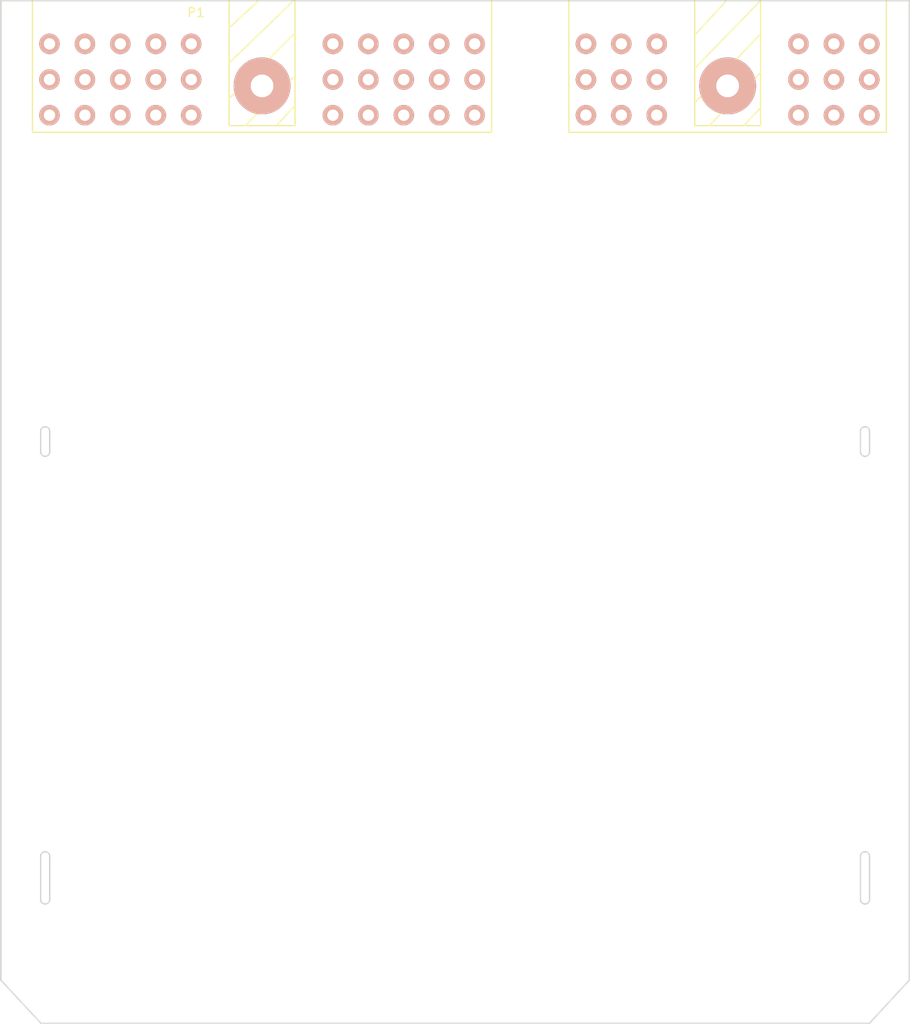
<source format=kicad_pcb>
(kicad_pcb (version 4) (host pcbnew 0.201603210401+6634~43~ubuntu14.04.1-product)

  (general
    (links 0)
    (no_connects 0)
    (area 76.124999 38.024999 177.875001 152.475001)
    (thickness 1.6)
    (drawings 85)
    (tracks 0)
    (zones 0)
    (modules 1)
    (nets 49)
  )

  (page A4)
  (layers
    (0 F.Cu signal)
    (31 B.Cu signal)
    (32 B.Adhes user)
    (33 F.Adhes user)
    (34 B.Paste user)
    (35 F.Paste user)
    (36 B.SilkS user)
    (37 F.SilkS user)
    (38 B.Mask user)
    (39 F.Mask user)
    (40 Dwgs.User user)
    (41 Cmts.User user)
    (42 Eco1.User user)
    (43 Eco2.User user)
    (44 Edge.Cuts user)
    (45 Margin user)
    (46 B.CrtYd user)
    (47 F.CrtYd user)
    (48 B.Fab user)
    (49 F.Fab user)
  )

  (setup
    (last_trace_width 0.25)
    (trace_clearance 0.2)
    (zone_clearance 0.508)
    (zone_45_only yes)
    (trace_min 0.2)
    (segment_width 0.2)
    (edge_width 0.15)
    (via_size 0.6)
    (via_drill 0.4)
    (via_min_size 0.4)
    (via_min_drill 0.3)
    (uvia_size 0.3)
    (uvia_drill 0.1)
    (uvias_allowed no)
    (uvia_min_size 0.2)
    (uvia_min_drill 0.1)
    (pcb_text_width 0.3)
    (pcb_text_size 1.5 1.5)
    (mod_edge_width 0.15)
    (mod_text_size 1 1)
    (mod_text_width 0.15)
    (pad_size 1.524 1.524)
    (pad_drill 0.762)
    (pad_to_mask_clearance 0.2)
    (aux_axis_origin 0 0)
    (grid_origin 76.2 38.1)
    (visible_elements FFFFEF7F)
    (pcbplotparams
      (layerselection 0x00030_ffffffff)
      (usegerberextensions false)
      (excludeedgelayer true)
      (linewidth 0.050000)
      (plotframeref false)
      (viasonmask false)
      (mode 1)
      (useauxorigin false)
      (hpglpennumber 1)
      (hpglpenspeed 20)
      (hpglpendiameter 15)
      (psnegative false)
      (psa4output false)
      (plotreference true)
      (plotvalue true)
      (plotinvisibletext false)
      (padsonsilk false)
      (subtractmaskfromsilk false)
      (outputformat 1)
      (mirror false)
      (drillshape 1)
      (scaleselection 1)
      (outputdirectory ""))
  )

  (net 0 "")
  (net 1 "Net-(P1-Pad7)")
  (net 2 "Net-(P1-Pad8)")
  (net 3 "Net-(P1-Pad9)")
  (net 4 "Net-(P1-Pad4)")
  (net 5 "Net-(P1-Pad1)")
  (net 6 "Net-(P1-Pad2)")
  (net 7 "Net-(P1-Pad5)")
  (net 8 "Net-(P1-Pad3)")
  (net 9 "Net-(P1-Pad6)")
  (net 10 "Net-(P1-Pad12)")
  (net 11 "Net-(P1-Pad15)")
  (net 12 "Net-(P1-Pad18)")
  (net 13 "Net-(P1-Pad11)")
  (net 14 "Net-(P1-Pad14)")
  (net 15 "Net-(P1-Pad17)")
  (net 16 "Net-(P1-Pad10)")
  (net 17 "Net-(P1-Pad13)")
  (net 18 "Net-(P1-Pad16)")
  (net 19 "Net-(P1-Pad31)")
  (net 20 "Net-(P1-Pad28)")
  (net 21 "Net-(P1-Pad25)")
  (net 22 "Net-(P1-Pad22)")
  (net 23 "Net-(P1-Pad19)")
  (net 24 "Net-(P1-Pad32)")
  (net 25 "Net-(P1-Pad29)")
  (net 26 "Net-(P1-Pad26)")
  (net 27 "Net-(P1-Pad23)")
  (net 28 "Net-(P1-Pad20)")
  (net 29 "Net-(P1-Pad33)")
  (net 30 "Net-(P1-Pad30)")
  (net 31 "Net-(P1-Pad27)")
  (net 32 "Net-(P1-Pad24)")
  (net 33 "Net-(P1-Pad21)")
  (net 34 "Net-(P1-Pad34)")
  (net 35 "Net-(P1-Pad37)")
  (net 36 "Net-(P1-Pad40)")
  (net 37 "Net-(P1-Pad43)")
  (net 38 "Net-(P1-Pad46)")
  (net 39 "Net-(P1-Pad35)")
  (net 40 "Net-(P1-Pad38)")
  (net 41 "Net-(P1-Pad41)")
  (net 42 "Net-(P1-Pad44)")
  (net 43 "Net-(P1-Pad47)")
  (net 44 "Net-(P1-Pad36)")
  (net 45 "Net-(P1-Pad39)")
  (net 46 "Net-(P1-Pad42)")
  (net 47 "Net-(P1-Pad45)")
  (net 48 "Net-(P1-Pad48)")

  (net_class Default "This is the default net class."
    (clearance 0.2)
    (trace_width 0.25)
    (via_dia 0.6)
    (via_drill 0.4)
    (uvia_dia 0.3)
    (uvia_drill 0.1)
    (add_net "Net-(P1-Pad1)")
    (add_net "Net-(P1-Pad10)")
    (add_net "Net-(P1-Pad11)")
    (add_net "Net-(P1-Pad12)")
    (add_net "Net-(P1-Pad13)")
    (add_net "Net-(P1-Pad14)")
    (add_net "Net-(P1-Pad15)")
    (add_net "Net-(P1-Pad16)")
    (add_net "Net-(P1-Pad17)")
    (add_net "Net-(P1-Pad18)")
    (add_net "Net-(P1-Pad19)")
    (add_net "Net-(P1-Pad2)")
    (add_net "Net-(P1-Pad20)")
    (add_net "Net-(P1-Pad21)")
    (add_net "Net-(P1-Pad22)")
    (add_net "Net-(P1-Pad23)")
    (add_net "Net-(P1-Pad24)")
    (add_net "Net-(P1-Pad25)")
    (add_net "Net-(P1-Pad26)")
    (add_net "Net-(P1-Pad27)")
    (add_net "Net-(P1-Pad28)")
    (add_net "Net-(P1-Pad29)")
    (add_net "Net-(P1-Pad3)")
    (add_net "Net-(P1-Pad30)")
    (add_net "Net-(P1-Pad31)")
    (add_net "Net-(P1-Pad32)")
    (add_net "Net-(P1-Pad33)")
    (add_net "Net-(P1-Pad34)")
    (add_net "Net-(P1-Pad35)")
    (add_net "Net-(P1-Pad36)")
    (add_net "Net-(P1-Pad37)")
    (add_net "Net-(P1-Pad38)")
    (add_net "Net-(P1-Pad39)")
    (add_net "Net-(P1-Pad4)")
    (add_net "Net-(P1-Pad40)")
    (add_net "Net-(P1-Pad41)")
    (add_net "Net-(P1-Pad42)")
    (add_net "Net-(P1-Pad43)")
    (add_net "Net-(P1-Pad44)")
    (add_net "Net-(P1-Pad45)")
    (add_net "Net-(P1-Pad46)")
    (add_net "Net-(P1-Pad47)")
    (add_net "Net-(P1-Pad48)")
    (add_net "Net-(P1-Pad5)")
    (add_net "Net-(P1-Pad6)")
    (add_net "Net-(P1-Pad7)")
    (add_net "Net-(P1-Pad8)")
    (add_net "Net-(P1-Pad9)")
  )

  (module cinch:Conn48pin (layer F.Cu) (tedit 56FAE7EF) (tstamp 56FB0935)
    (at 105.41 47.625)
    (path /56FAE790)
    (fp_text reference P1 (at -7.3914 -8.2042) (layer F.SilkS)
      (effects (font (size 1 1) (thickness 0.15)))
    )
    (fp_text value Conn48pin (at 9.2202 -7.9502) (layer F.Fab)
      (effects (font (size 1 1) (thickness 0.15)))
    )
    (fp_line (start -25.6794 5.1816) (end -25.6794 -9.525) (layer F.SilkS) (width 0.15))
    (fp_line (start 25.6794 5.1816) (end -25.6794 5.1816) (layer F.SilkS) (width 0.15))
    (fp_line (start 25.6794 -9.525) (end 25.6794 5.1816) (layer F.SilkS) (width 0.15))
    (fp_line (start -25.6794 -9.525) (end 25.6794 -9.525) (layer F.SilkS) (width 0.15))
    (fp_line (start 34.3154 5.1816) (end 34.3154 -9.525) (layer F.SilkS) (width 0.15))
    (fp_line (start 69.8246 5.1816) (end 34.3154 5.1816) (layer F.SilkS) (width 0.15))
    (fp_line (start 69.8246 -9.525) (end 69.8246 5.1816) (layer F.SilkS) (width 0.15))
    (fp_line (start 34.3154 -9.525) (end 69.8246 -9.525) (layer F.SilkS) (width 0.15))
    (fp_line (start 3.6322 2.2606) (end 1.7272 4.318) (layer F.SilkS) (width 0.15))
    (fp_line (start 3.4544 -0.9144) (end -1.8288 4.3942) (layer F.SilkS) (width 0.15))
    (fp_line (start 3.6068 -5.842) (end -3.556 1.2954) (layer F.SilkS) (width 0.15))
    (fp_line (start 3.5052 -9.4996) (end -3.7084 -2.54) (layer F.SilkS) (width 0.15))
    (fp_line (start -0.4572 -9.4488) (end -3.6322 -6.5278) (layer F.SilkS) (width 0.15))
    (fp_line (start 55.6768 2.54) (end 53.9242 4.3942) (layer F.SilkS) (width 0.15))
    (fp_line (start 55.7276 -1.4478) (end 50.038 4.4196) (layer F.SilkS) (width 0.15))
    (fp_line (start 55.626 -5.6642) (end 48.4632 1.8288) (layer F.SilkS) (width 0.15))
    (fp_line (start 55.7022 -9.4742) (end 48.514 -2.0828) (layer F.SilkS) (width 0.15))
    (fp_line (start 51.8414 -9.398) (end 48.4632 -5.7658) (layer F.SilkS) (width 0.15))
    (fp_line (start 55.753 -9.525) (end 48.387 -9.525) (layer F.SilkS) (width 0.15))
    (fp_line (start 55.753 4.445) (end 55.753 -9.525) (layer F.SilkS) (width 0.15))
    (fp_line (start 48.387 4.445) (end 55.753 4.445) (layer F.SilkS) (width 0.15))
    (fp_line (start 48.387 -9.525) (end 48.387 4.445) (layer F.SilkS) (width 0.15))
    (fp_line (start -3.683 4.445) (end -3.683 -9.525) (layer F.SilkS) (width 0.15))
    (fp_line (start 3.683 4.445) (end -3.683 4.445) (layer F.SilkS) (width 0.15))
    (fp_line (start 3.683 -9.525) (end 3.683 4.445) (layer F.SilkS) (width 0.15))
    (fp_line (start -3.683 -9.525) (end 3.683 -9.525) (layer F.SilkS) (width 0.15))
    (pad "" thru_hole circle (at 52.07 0) (size 6.35 6.35) (drill 2.54) (layers *.Cu *.Mask B.SilkS))
    (pad "" thru_hole circle (at 0 0) (size 6.35 6.35) (drill 2.54) (layers *.Cu *.Mask B.SilkS))
    (pad 7 thru_hole circle (at 44.1452 -4.699) (size 2.286 2.286) (drill 1.27) (layers *.Cu *.Mask B.SilkS)
      (net 1 "Net-(P1-Pad7)"))
    (pad 8 thru_hole circle (at 44.1452 -0.7112) (size 2.286 2.286) (drill 1.27) (layers *.Cu *.Mask B.SilkS)
      (net 2 "Net-(P1-Pad8)"))
    (pad 9 thru_hole circle (at 44.1452 3.2766) (size 2.286 2.286) (drill 1.27) (layers *.Cu *.Mask B.SilkS)
      (net 3 "Net-(P1-Pad9)"))
    (pad 4 thru_hole circle (at 40.1828 -4.699) (size 2.286 2.286) (drill 1.27) (layers *.Cu *.Mask B.SilkS)
      (net 4 "Net-(P1-Pad4)"))
    (pad 1 thru_hole circle (at 36.2204 -4.699) (size 2.286 2.286) (drill 1.27) (layers *.Cu *.Mask B.SilkS)
      (net 5 "Net-(P1-Pad1)"))
    (pad 2 thru_hole circle (at 36.2204 -0.7112) (size 2.286 2.286) (drill 1.27) (layers *.Cu *.Mask B.SilkS)
      (net 6 "Net-(P1-Pad2)"))
    (pad 5 thru_hole circle (at 40.1828 -0.7112) (size 2.286 2.286) (drill 1.27) (layers *.Cu *.Mask B.SilkS)
      (net 7 "Net-(P1-Pad5)"))
    (pad 3 thru_hole circle (at 36.2204 3.2766) (size 2.286 2.286) (drill 1.27) (layers *.Cu *.Mask B.SilkS)
      (net 8 "Net-(P1-Pad3)"))
    (pad 6 thru_hole circle (at 40.1828 3.2766) (size 2.286 2.286) (drill 1.27) (layers *.Cu *.Mask B.SilkS)
      (net 9 "Net-(P1-Pad6)"))
    (pad 12 thru_hole circle (at 59.9948 3.2766) (size 2.286 2.286) (drill 1.27) (layers *.Cu *.Mask B.SilkS)
      (net 10 "Net-(P1-Pad12)"))
    (pad 15 thru_hole circle (at 63.9572 3.2766) (size 2.286 2.286) (drill 1.27) (layers *.Cu *.Mask B.SilkS)
      (net 11 "Net-(P1-Pad15)"))
    (pad 18 thru_hole circle (at 67.9196 3.2766) (size 2.286 2.286) (drill 1.27) (layers *.Cu *.Mask B.SilkS)
      (net 12 "Net-(P1-Pad18)"))
    (pad 11 thru_hole circle (at 59.9948 -0.7112) (size 2.286 2.286) (drill 1.27) (layers *.Cu *.Mask B.SilkS)
      (net 13 "Net-(P1-Pad11)"))
    (pad 14 thru_hole circle (at 63.9572 -0.7112) (size 2.286 2.286) (drill 1.27) (layers *.Cu *.Mask B.SilkS)
      (net 14 "Net-(P1-Pad14)"))
    (pad 17 thru_hole circle (at 67.9196 -0.7112) (size 2.286 2.286) (drill 1.27) (layers *.Cu *.Mask B.SilkS)
      (net 15 "Net-(P1-Pad17)"))
    (pad 10 thru_hole circle (at 59.9948 -4.699) (size 2.286 2.286) (drill 1.27) (layers *.Cu *.Mask B.SilkS)
      (net 16 "Net-(P1-Pad10)"))
    (pad 13 thru_hole circle (at 63.9572 -4.699) (size 2.286 2.286) (drill 1.27) (layers *.Cu *.Mask B.SilkS)
      (net 17 "Net-(P1-Pad13)"))
    (pad 16 thru_hole circle (at 67.9196 -4.699) (size 2.286 2.286) (drill 1.27) (layers *.Cu *.Mask B.SilkS)
      (net 18 "Net-(P1-Pad16)"))
    (pad 31 thru_hole circle (at -7.9248 -4.699) (size 2.286 2.286) (drill 1.27) (layers *.Cu *.Mask B.SilkS)
      (net 19 "Net-(P1-Pad31)"))
    (pad 28 thru_hole circle (at -11.8872 -4.699) (size 2.286 2.286) (drill 1.27) (layers *.Cu *.Mask B.SilkS)
      (net 20 "Net-(P1-Pad28)"))
    (pad 25 thru_hole circle (at -15.8496 -4.699) (size 2.286 2.286) (drill 1.27) (layers *.Cu *.Mask B.SilkS)
      (net 21 "Net-(P1-Pad25)"))
    (pad 22 thru_hole circle (at -19.812 -4.699) (size 2.286 2.286) (drill 1.27) (layers *.Cu *.Mask B.SilkS)
      (net 22 "Net-(P1-Pad22)"))
    (pad 19 thru_hole circle (at -23.7744 -4.699) (size 2.286 2.286) (drill 1.27) (layers *.Cu *.Mask B.SilkS)
      (net 23 "Net-(P1-Pad19)"))
    (pad 32 thru_hole circle (at -7.9248 -0.7112) (size 2.286 2.286) (drill 1.27) (layers *.Cu *.Mask B.SilkS)
      (net 24 "Net-(P1-Pad32)"))
    (pad 29 thru_hole circle (at -11.8872 -0.7112) (size 2.286 2.286) (drill 1.27) (layers *.Cu *.Mask B.SilkS)
      (net 25 "Net-(P1-Pad29)"))
    (pad 26 thru_hole circle (at -15.8496 -0.7112) (size 2.286 2.286) (drill 1.27) (layers *.Cu *.Mask B.SilkS)
      (net 26 "Net-(P1-Pad26)"))
    (pad 23 thru_hole circle (at -19.812 -0.7112) (size 2.286 2.286) (drill 1.27) (layers *.Cu *.Mask B.SilkS)
      (net 27 "Net-(P1-Pad23)"))
    (pad 20 thru_hole circle (at -23.7744 -0.7112) (size 2.286 2.286) (drill 1.27) (layers *.Cu *.Mask B.SilkS)
      (net 28 "Net-(P1-Pad20)"))
    (pad 33 thru_hole circle (at -7.9248 3.2766) (size 2.286 2.286) (drill 1.27) (layers *.Cu *.Mask B.SilkS)
      (net 29 "Net-(P1-Pad33)"))
    (pad 30 thru_hole circle (at -11.8872 3.2766) (size 2.286 2.286) (drill 1.27) (layers *.Cu *.Mask B.SilkS)
      (net 30 "Net-(P1-Pad30)"))
    (pad 27 thru_hole circle (at -15.8496 3.2766) (size 2.286 2.286) (drill 1.27) (layers *.Cu *.Mask B.SilkS)
      (net 31 "Net-(P1-Pad27)"))
    (pad 24 thru_hole circle (at -19.812 3.2766) (size 2.286 2.286) (drill 1.27) (layers *.Cu *.Mask B.SilkS)
      (net 32 "Net-(P1-Pad24)"))
    (pad 21 thru_hole circle (at -23.7744 3.2766) (size 2.286 2.286) (drill 1.27) (layers *.Cu *.Mask B.SilkS)
      (net 33 "Net-(P1-Pad21)"))
    (pad 34 thru_hole circle (at 7.9248 -4.699) (size 2.286 2.286) (drill 1.27) (layers *.Cu *.Mask B.SilkS)
      (net 34 "Net-(P1-Pad34)"))
    (pad 37 thru_hole circle (at 11.8872 -4.699) (size 2.286 2.286) (drill 1.27) (layers *.Cu *.Mask B.SilkS)
      (net 35 "Net-(P1-Pad37)"))
    (pad 40 thru_hole circle (at 15.8496 -4.699) (size 2.286 2.286) (drill 1.27) (layers *.Cu *.Mask B.SilkS)
      (net 36 "Net-(P1-Pad40)"))
    (pad 43 thru_hole circle (at 19.812 -4.699) (size 2.286 2.286) (drill 1.27) (layers *.Cu *.Mask B.SilkS)
      (net 37 "Net-(P1-Pad43)"))
    (pad 46 thru_hole circle (at 23.7744 -4.699) (size 2.286 2.286) (drill 1.27) (layers *.Cu *.Mask B.SilkS)
      (net 38 "Net-(P1-Pad46)"))
    (pad 35 thru_hole circle (at 7.9248 -0.7112) (size 2.286 2.286) (drill 1.27) (layers *.Cu *.Mask B.SilkS)
      (net 39 "Net-(P1-Pad35)"))
    (pad 38 thru_hole circle (at 11.8872 -0.7112) (size 2.286 2.286) (drill 1.27) (layers *.Cu *.Mask B.SilkS)
      (net 40 "Net-(P1-Pad38)"))
    (pad 41 thru_hole circle (at 15.8496 -0.7112) (size 2.286 2.286) (drill 1.27) (layers *.Cu *.Mask B.SilkS)
      (net 41 "Net-(P1-Pad41)"))
    (pad 44 thru_hole circle (at 19.812 -0.7112) (size 2.286 2.286) (drill 1.27) (layers *.Cu *.Mask B.SilkS)
      (net 42 "Net-(P1-Pad44)"))
    (pad 47 thru_hole circle (at 23.7744 -0.7112) (size 2.286 2.286) (drill 1.27) (layers *.Cu *.Mask B.SilkS)
      (net 43 "Net-(P1-Pad47)"))
    (pad 36 thru_hole circle (at 7.9248 3.2766) (size 2.286 2.286) (drill 1.27) (layers *.Cu *.Mask B.SilkS)
      (net 44 "Net-(P1-Pad36)"))
    (pad 39 thru_hole circle (at 11.8872 3.2766) (size 2.286 2.286) (drill 1.27) (layers *.Cu *.Mask B.SilkS)
      (net 45 "Net-(P1-Pad39)"))
    (pad 42 thru_hole circle (at 15.8496 3.2766) (size 2.286 2.286) (drill 1.27) (layers *.Cu *.Mask B.SilkS)
      (net 46 "Net-(P1-Pad42)"))
    (pad 45 thru_hole circle (at 19.812 3.2766) (size 2.286 2.286) (drill 1.27) (layers *.Cu *.Mask B.SilkS)
      (net 47 "Net-(P1-Pad45)"))
    (pad 48 thru_hole circle (at 23.7744 3.2766) (size 2.286 2.286) (drill 1.27) (layers *.Cu *.Mask B.SilkS)
      (net 48 "Net-(P1-Pad48)"))
  )

  (gr_text "Zone 4\nheight increases from zone3 to zone1" (at 127.1905 64.135) (layer Cmts.User)
    (effects (font (size 1.5 1.5) (thickness 0.3)))
  )
  (gr_text "Zone1 max 1.140\" (28.96mm) height over board" (at 130.302 55.8165) (layer Cmts.User)
    (effects (font (size 1.5 1.5) (thickness 0.3)))
  )
  (gr_line (start 76.2 69.6976) (end 177.8 69.6976) (layer Dwgs.User) (width 0.2))
  (gr_line (start 76.2 58.801) (end 177.8 58.801) (layer Dwgs.User) (width 0.2))
  (gr_text "Zone3 \nMax 0.900\" (22.86mm) height over pcb" (at 127.1905 72.644) (layer Cmts.User)
    (effects (font (size 1.5 1.5) (thickness 0.3)))
  )
  (gr_text "Zone 2 \nmax 0.600\" (15,24mm) height over pcb" (at 128.5875 89.027) (layer Cmts.User)
    (effects (font (size 1.5 1.5) (thickness 0.3)))
  )
  (gr_arc (start 96.0882 89.408) (end 82.3722 89.408) (angle 90) (layer Dwgs.User) (width 0.2))
  (gr_arc (start 157.9118 89.408) (end 157.9118 75.692) (angle 90) (layer Dwgs.User) (width 0.2))
  (gr_line (start 173.3169 127) (end 173.3169 152.4) (layer Dwgs.User) (width 0.2))
  (gr_line (start 171.6278 124.079) (end 173.3169 127) (layer Dwgs.User) (width 0.2))
  (gr_line (start 171.6278 89.408) (end 171.6278 124.079) (layer Dwgs.User) (width 0.2))
  (gr_line (start 96.0882 75.692) (end 157.9118 75.692) (layer Dwgs.User) (width 0.2))
  (gr_line (start 82.3722 124.079) (end 82.3722 89.408) (layer Dwgs.User) (width 0.2))
  (gr_line (start 80.6831 127) (end 82.3722 124.079) (layer Dwgs.User) (width 0.2))
  (gr_line (start 80.6831 152.4) (end 80.6831 127) (layer Dwgs.User) (width 0.2))
  (gr_line (start 173.355 136.525) (end 177.8 136.525) (layer Dwgs.User) (width 0.2) (tstamp 56FB0BC4))
  (gr_line (start 177.8 136.525) (end 177.8 146.685) (layer Dwgs.User) (width 0.2) (tstamp 56FB0BC3))
  (gr_line (start 173.355 146.685) (end 177.8 146.685) (layer Dwgs.User) (width 0.2) (tstamp 56FB0BC2))
  (gr_line (start 173.355 146.685) (end 173.355 136.525) (layer Dwgs.User) (width 0.2) (tstamp 56FB0BC1))
  (gr_line (start 76.2 146.05) (end 76.2 135.89) (layer Dwgs.User) (width 0.2) (tstamp 56FB0BBF))
  (gr_line (start 76.2 135.89) (end 80.645 135.89) (layer Dwgs.User) (width 0.2) (tstamp 56FB0BBE))
  (gr_line (start 76.2 146.05) (end 80.645 146.05) (layer Dwgs.User) (width 0.2) (tstamp 56FB0BBD))
  (gr_line (start 80.645 135.89) (end 80.645 146.05) (layer Dwgs.User) (width 0.2) (tstamp 56FB0BBC))
  (gr_line (start 177.8 123.698) (end 177.8 133.858) (layer Dwgs.User) (width 0.2) (tstamp 56FB0BBA))
  (gr_line (start 173.355 133.858) (end 177.8 133.858) (layer Dwgs.User) (width 0.2) (tstamp 56FB0BB9))
  (gr_line (start 173.355 123.698) (end 177.8 123.698) (layer Dwgs.User) (width 0.2) (tstamp 56FB0BB8))
  (gr_line (start 173.355 133.858) (end 173.355 123.698) (layer Dwgs.User) (width 0.2) (tstamp 56FB0BB7))
  (gr_line (start 80.645 123.698) (end 80.645 133.858) (layer Dwgs.User) (width 0.2) (tstamp 56FB0BB3))
  (gr_line (start 76.2 133.858) (end 76.2 123.698) (layer Dwgs.User) (width 0.2) (tstamp 56FB0BB2))
  (gr_line (start 76.2 133.858) (end 80.645 133.858) (layer Dwgs.User) (width 0.2) (tstamp 56FB0BB1))
  (gr_line (start 76.2 123.698) (end 80.645 123.698) (layer Dwgs.User) (width 0.2) (tstamp 56FB0BB0))
  (gr_line (start 173.355 110.871) (end 177.8 110.871) (layer Dwgs.User) (width 0.2) (tstamp 56FB0BAE))
  (gr_line (start 177.8 110.871) (end 177.8 121.031) (layer Dwgs.User) (width 0.2) (tstamp 56FB0BAD))
  (gr_line (start 173.355 121.031) (end 173.355 110.871) (layer Dwgs.User) (width 0.2) (tstamp 56FB0BAC))
  (gr_line (start 173.355 121.031) (end 177.8 121.031) (layer Dwgs.User) (width 0.2) (tstamp 56FB0BAB))
  (gr_line (start 76.2 121.031) (end 80.645 121.031) (layer Dwgs.User) (width 0.2) (tstamp 56FB0BA1))
  (gr_line (start 76.2 110.871) (end 80.645 110.871) (layer Dwgs.User) (width 0.2) (tstamp 56FB0BA0))
  (gr_line (start 76.2 121.031) (end 76.2 110.871) (layer Dwgs.User) (width 0.2) (tstamp 56FB0B9F))
  (gr_line (start 80.645 110.871) (end 80.645 121.031) (layer Dwgs.User) (width 0.2) (tstamp 56FB0B9E))
  (gr_line (start 177.8 98.044) (end 177.8 108.204) (layer Dwgs.User) (width 0.2) (tstamp 56FB0B9C))
  (gr_line (start 173.355 108.204) (end 177.8 108.204) (layer Dwgs.User) (width 0.2) (tstamp 56FB0B9B))
  (gr_line (start 173.355 108.204) (end 173.355 98.044) (layer Dwgs.User) (width 0.2) (tstamp 56FB0B9A))
  (gr_line (start 173.355 98.044) (end 177.8 98.044) (layer Dwgs.User) (width 0.2) (tstamp 56FB0B99))
  (gr_line (start 76.2 98.044) (end 80.645 98.044) (layer Dwgs.User) (width 0.2) (tstamp 56FB0B97))
  (gr_line (start 80.645 98.044) (end 80.645 108.204) (layer Dwgs.User) (width 0.2) (tstamp 56FB0B96))
  (gr_line (start 76.2 108.204) (end 76.2 98.044) (layer Dwgs.User) (width 0.2) (tstamp 56FB0B95))
  (gr_line (start 76.2 108.204) (end 80.645 108.204) (layer Dwgs.User) (width 0.2) (tstamp 56FB0B94))
  (gr_line (start 173.355 95.377) (end 177.8 95.377) (layer Dwgs.User) (width 0.2) (tstamp 56FB0B8F))
  (gr_line (start 177.8 85.217) (end 177.8 95.377) (layer Dwgs.User) (width 0.2) (tstamp 56FB0B8E))
  (gr_line (start 173.355 95.377) (end 173.355 85.217) (layer Dwgs.User) (width 0.2) (tstamp 56FB0B8D))
  (gr_line (start 173.355 85.217) (end 177.8 85.217) (layer Dwgs.User) (width 0.2) (tstamp 56FB0B8C))
  (gr_line (start 76.2 85.217) (end 80.645 85.217) (layer Dwgs.User) (width 0.2) (tstamp 56FB0B8A))
  (gr_line (start 80.645 85.217) (end 80.645 95.377) (layer Dwgs.User) (width 0.2) (tstamp 56FB0B89))
  (gr_line (start 76.2 95.377) (end 76.2 85.217) (layer Dwgs.User) (width 0.2) (tstamp 56FB0B88))
  (gr_line (start 76.2 95.377) (end 80.645 95.377) (layer Dwgs.User) (width 0.2) (tstamp 56FB0B87))
  (gr_line (start 173.355 82.55) (end 177.8 82.55) (layer Dwgs.User) (width 0.2) (tstamp 56FB0B85))
  (gr_line (start 173.355 72.39) (end 177.8 72.39) (layer Dwgs.User) (width 0.2) (tstamp 56FB0B84))
  (gr_line (start 177.8 72.39) (end 177.8 82.55) (layer Dwgs.User) (width 0.2) (tstamp 56FB0B83))
  (gr_line (start 173.355 82.55) (end 173.355 72.39) (layer Dwgs.User) (width 0.2) (tstamp 56FB0B82))
  (gr_line (start 76.2 82.55) (end 76.2 72.39) (layer Dwgs.User) (width 0.2) (tstamp 56FB0B80))
  (gr_line (start 76.2 82.55) (end 80.645 82.55) (layer Dwgs.User) (width 0.2) (tstamp 56FB0B7F))
  (gr_line (start 76.2 72.39) (end 80.645 72.39) (layer Dwgs.User) (width 0.2) (tstamp 56FB0B7E))
  (gr_line (start 80.645 72.39) (end 80.645 82.55) (layer Dwgs.User) (width 0.2) (tstamp 56FB0B7D))
  (gr_line (start 172.339 133.731) (end 172.339 138.557) (layer Edge.Cuts) (width 0.15) (tstamp 56FB0B13))
  (gr_line (start 173.355 133.731) (end 173.355 138.557) (layer Edge.Cuts) (width 0.15) (tstamp 56FB0B12))
  (gr_arc (start 172.847 138.557) (end 173.355 138.557) (angle 180) (layer Edge.Cuts) (width 0.15) (tstamp 56FB0B11))
  (gr_arc (start 172.847 133.731) (end 172.339 133.731) (angle 180) (layer Edge.Cuts) (width 0.15) (tstamp 56FB0B10))
  (gr_arc (start 81.153 138.557) (end 81.661 138.557) (angle 180) (layer Edge.Cuts) (width 0.15))
  (gr_arc (start 81.153 133.731) (end 80.645 133.731) (angle 180) (layer Edge.Cuts) (width 0.15))
  (gr_line (start 81.661 133.731) (end 81.661 138.557) (layer Edge.Cuts) (width 0.15))
  (gr_line (start 80.645 133.731) (end 80.645 138.557) (layer Edge.Cuts) (width 0.15))
  (gr_line (start 172.339 86.233) (end 172.339 88.519) (angle 90) (layer Edge.Cuts) (width 0.15) (tstamp 56FB0ABC))
  (gr_arc (start 172.847 88.519) (end 173.355 88.519) (angle 180) (layer Edge.Cuts) (width 0.15) (tstamp 56FB0ABB))
  (gr_arc (start 172.847 86.233) (end 172.339 86.233) (angle 180) (layer Edge.Cuts) (width 0.15) (tstamp 56FB0ABA))
  (gr_line (start 173.355 86.233) (end 173.355 88.519) (angle 90) (layer Edge.Cuts) (width 0.15) (tstamp 56FB0AB9))
  (gr_arc (start 81.153 88.519) (end 81.661 88.519) (angle 180) (layer Edge.Cuts) (width 0.15))
  (gr_arc (start 81.153 86.233) (end 80.645 86.233) (angle 180) (layer Edge.Cuts) (width 0.15))
  (gr_line (start 81.661 86.233) (end 81.661 88.519) (angle 90) (layer Edge.Cuts) (width 0.15))
  (gr_line (start 80.645 86.233) (end 80.645 88.519) (angle 90) (layer Edge.Cuts) (width 0.15))
  (gr_line (start 76.2 147.574) (end 76.2 38.1) (layer Edge.Cuts) (width 0.15))
  (gr_line (start 80.6831 152.4) (end 76.2 147.574) (layer Edge.Cuts) (width 0.15))
  (gr_line (start 173.33849 152.4) (end 80.67675 152.4) (layer Edge.Cuts) (width 0.15))
  (gr_line (start 177.8 147.574) (end 173.33849 152.4) (layer Edge.Cuts) (width 0.15))
  (gr_line (start 177.8 38.1) (end 177.8 147.574) (layer Edge.Cuts) (width 0.15))
  (gr_line (start 76.2 38.1) (end 177.8 38.1) (layer Edge.Cuts) (width 0.15))

  (zone (net 0) (net_name "") (layer B.Cu) (tstamp 0) (hatch full 0.508)
    (connect_pads (clearance 0.508))
    (min_thickness 0.254)
    (keepout (tracks not_allowed) (vias not_allowed) (copperpour not_allowed))
    (fill (arc_segments 16) (thermal_gap 0.508) (thermal_bridge_width 0.508))
    (polygon
      (pts
        (xy 76.2 38.1) (xy 79.248 38.1) (xy 79.248 150.876) (xy 76.2 147.574)
      )
    )
  )
  (zone (net 0) (net_name "") (layer B.Cu) (tstamp 0) (hatch full 0.508)
    (connect_pads (clearance 0.508))
    (min_thickness 0.254)
    (keepout (tracks not_allowed) (vias not_allowed) (copperpour allowed))
    (fill (arc_segments 16) (thermal_gap 0.508) (thermal_bridge_width 0.508))
    (polygon
      (pts
        (xy 177.8 38.1) (xy 177.8 147.574) (xy 174.752 150.876) (xy 174.752 38.1)
      )
    )
  )
  (zone (net 0) (net_name "") (layer B.Cu) (tstamp 0) (hatch full 0.508)
    (connect_pads (clearance 0.508))
    (min_thickness 0.254)
    (keepout (tracks not_allowed) (vias not_allowed) (copperpour allowed))
    (fill (arc_segments 16) (thermal_gap 0.508) (thermal_bridge_width 0.508))
    (polygon
      (pts
        (xy 89.154 152.4) (xy 92.9005 152.4) (xy 92.9005 144.78) (xy 89.154 144.78)
      )
    )
  )
  (zone (net 0) (net_name "") (layer B.Cu) (tstamp 0) (hatch full 0.508)
    (connect_pads (clearance 0.508))
    (min_thickness 0.254)
    (keepout (tracks not_allowed) (vias not_allowed) (copperpour allowed))
    (fill (arc_segments 16) (thermal_gap 0.508) (thermal_bridge_width 0.508))
    (polygon
      (pts
        (xy 164.846 152.4) (xy 161.036 152.4) (xy 161.036 144.78) (xy 164.846 144.78)
      )
    )
  )
  (zone (net 0) (net_name "") (layer F.Cu) (tstamp 0) (hatch full 0.508)
    (connect_pads (clearance 0.508))
    (min_thickness 0.254)
    (keepout (tracks not_allowed) (vias not_allowed) (copperpour allowed))
    (fill (arc_segments 16) (thermal_gap 0.508) (thermal_bridge_width 0.508))
    (polygon
      (pts
        (xy 125.095 152.4) (xy 128.905 152.4) (xy 128.905 144.78) (xy 125.095 144.78)
      )
    )
  )
)

</source>
